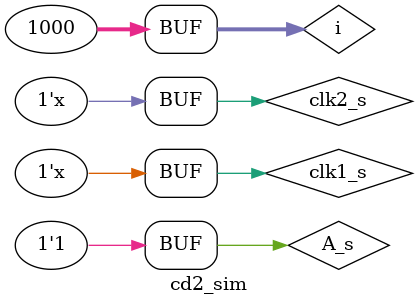
<source format=v>
`timescale 1ns / 1ps


module cd2_sim();
    reg clk1_s = 0;
    reg clk2_s = 0;
    reg A_s;
    
    wire [11:0] value_s;
    wire valid_s;
    
    always #1805 clk1_s = ~clk1_s;    //277 MHz - 3610 ps
    always #4854 clk2_s = ~clk2_s;    //103 MHz - 9708 ps
    
    reg[31:0] i = 1000;
    
    initial
    begin
    
        repeat(2000)
        begin
            A_s <= 0;
            #i;
            A_s <= 1;
            #4000;
            
            i <= i * 2;
            if (i == 0) i <= 1000;
        end
    
    end
    
    cd2 cd2_1(
        .clk1(clk1_s),
        .clk2(clk2_s),
        .A(A_s),
        
        .value(value_s),
        .valid(valid_s)
    );
    
endmodule

</source>
